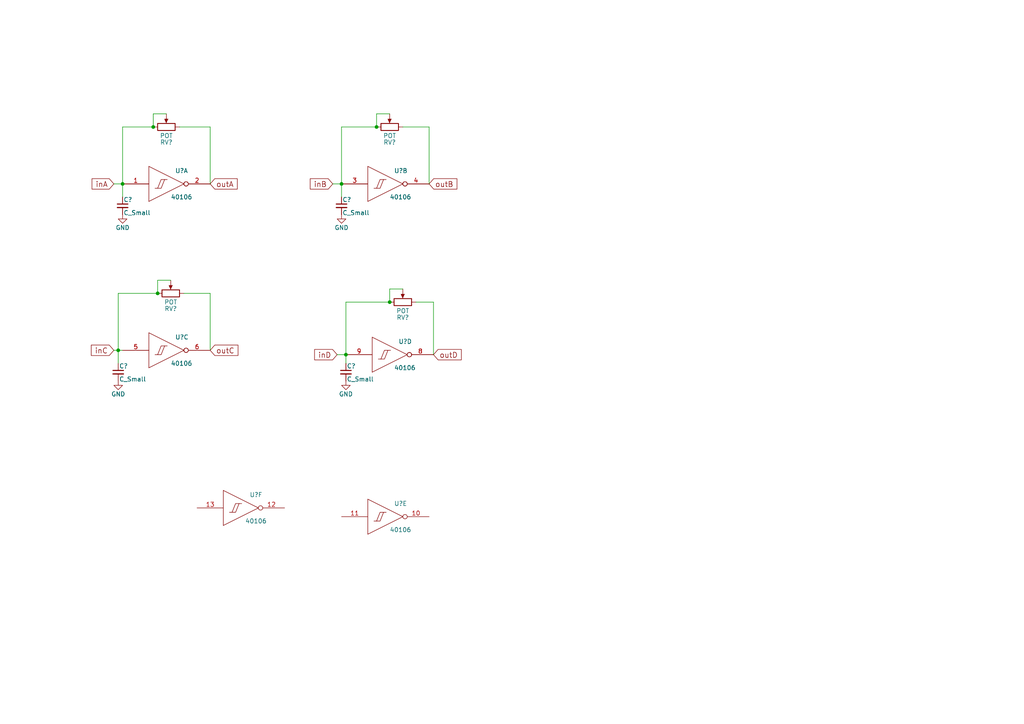
<source format=kicad_sch>
(kicad_sch (version 20230121) (generator eeschema)
  (paper "A4")
  (lib_symbols
    (symbol "CMOSworkshop-rescue:40106" (pin_names (offset 1.016) hide)
      (property "Reference" "U" (at 2.54 3.81 0))
      (property "Value" "40106" (at 1.27 -3.81 0))
      (symbol "40106_0_0"
        (polyline (pts (xy -0.508 1.27) (xy -1.524 -1.27) (xy -2.54 -1.27) (xy -2.54 -1.27)))
        (polyline (pts (xy 0.254 1.27) (xy -1.524 1.27) (xy -2.54 -1.27) (xy -3.302 -1.27) (xy -3.302 -1.27)))
      )
      (symbol "40106_0_1"
        (polyline (pts (xy -5.08 -5.08) (xy -5.08 5.08)))
        (polyline (pts (xy -5.08 5.08) (xy 5.08 0)))
        (polyline (pts (xy 5.08 0) (xy -5.08 -5.08)))
      )
      (symbol "40106_0_2"
        (polyline (pts (xy -5.08 -5.08) (xy -5.08 5.08)))
        (polyline (pts (xy -5.08 5.08) (xy 5.08 0)))
        (polyline (pts (xy 5.08 0) (xy -5.08 -5.08)))
      )
      (symbol "40106_1_1"
        (pin input line (at -12.7 0 0) (length 7.62) (name "In") (number "1"))
        (pin power_in line (at -2.54 3.81 270) (length 0) hide (name "VDD") (number "14"))
        (pin output inverted (at 12.7 0 180) (length 7.62) (name "Out") (number "2"))
        (pin power_in line (at -2.54 -3.81 90) (length 0) hide (name "VSS") (number "7"))
      )
      (symbol "40106_1_2"
        (pin input inverted (at -12.7 0 0) (length 7.62) (name "In") (number "1"))
        (pin power_in line (at -2.54 3.81 270) (length 0) hide (name "VDD") (number "14"))
        (pin output line (at 12.7 0 180) (length 7.62) (name "Out") (number "2"))
        (pin power_in line (at -2.54 -3.81 90) (length 0) hide (name "VSS") (number "7"))
      )
      (symbol "40106_2_1"
        (pin power_in line (at -2.54 3.81 270) (length 0) hide (name "VDD") (number "14"))
        (pin input line (at -12.7 0 0) (length 7.62) (name "In") (number "3"))
        (pin output inverted (at 12.7 0 180) (length 7.62) (name "Out") (number "4"))
        (pin power_in line (at -2.54 -3.81 90) (length 0) hide (name "VSS") (number "7"))
      )
      (symbol "40106_2_2"
        (pin power_in line (at -2.54 3.81 270) (length 0) hide (name "VDD") (number "14"))
        (pin input line (at -12.7 0 0) (length 7.62) (name "In") (number "3"))
        (pin output line (at 12.7 0 180) (length 7.62) (name "Out") (number "4"))
        (pin power_in line (at -2.54 -3.81 90) (length 0) hide (name "VSS") (number "7"))
      )
      (symbol "40106_3_1"
        (pin power_in line (at -2.54 3.81 270) (length 0) hide (name "VDD") (number "14"))
        (pin input line (at -12.7 0 0) (length 7.62) (name "In") (number "5"))
        (pin output inverted (at 12.7 0 180) (length 7.62) (name "Out") (number "6"))
        (pin power_in line (at -2.54 -3.81 90) (length 0) hide (name "VSS") (number "7"))
      )
      (symbol "40106_3_2"
        (pin power_in line (at -2.54 3.81 270) (length 0) hide (name "VDD") (number "14"))
        (pin input line (at -12.7 0 0) (length 7.62) (name "In") (number "5"))
        (pin output line (at 12.7 0 180) (length 7.62) (name "Out") (number "6"))
        (pin power_in line (at -2.54 -3.81 90) (length 0) hide (name "VSS") (number "7"))
      )
      (symbol "40106_4_1"
        (pin power_in line (at -2.54 3.81 270) (length 0) hide (name "VDD") (number "14"))
        (pin power_in line (at -2.54 -3.81 90) (length 0) hide (name "VSS") (number "7"))
        (pin output inverted (at 12.7 0 180) (length 7.62) (name "Out") (number "8"))
        (pin input line (at -12.7 0 0) (length 7.62) (name "In") (number "9"))
      )
      (symbol "40106_4_2"
        (pin power_in line (at -2.54 3.81 270) (length 0) hide (name "VDD") (number "14"))
        (pin power_in line (at -2.54 -3.81 90) (length 0) hide (name "VSS") (number "7"))
        (pin output line (at 12.7 0 180) (length 7.62) (name "Out") (number "8"))
        (pin input line (at -12.7 0 0) (length 7.62) (name "In") (number "9"))
      )
      (symbol "40106_5_1"
        (pin output inverted (at 12.7 0 180) (length 7.62) (name "Out") (number "10"))
        (pin input line (at -12.7 0 0) (length 7.62) (name "In") (number "11"))
        (pin power_in line (at -2.54 3.81 270) (length 0) hide (name "VDD") (number "14"))
        (pin power_in line (at -2.54 -3.81 90) (length 0) hide (name "VSS") (number "7"))
      )
      (symbol "40106_5_2"
        (pin output line (at 12.7 0 180) (length 7.62) (name "Out") (number "10"))
        (pin input line (at -12.7 0 0) (length 7.62) (name "In") (number "11"))
        (pin power_in line (at -2.54 3.81 270) (length 0) hide (name "VDD") (number "14"))
        (pin power_in line (at -2.54 -3.81 90) (length 0) hide (name "VSS") (number "7"))
      )
      (symbol "40106_6_1"
        (pin output inverted (at 12.7 0 180) (length 7.62) (name "Out") (number "12"))
        (pin input line (at -12.7 0 0) (length 7.62) (name "In") (number "13"))
        (pin power_in line (at -2.54 3.81 270) (length 0) hide (name "VDD") (number "14"))
        (pin power_in line (at -2.54 -3.81 90) (length 0) hide (name "VSS") (number "7"))
      )
      (symbol "40106_6_2"
        (pin output line (at 12.7 0 180) (length 7.62) (name "Out") (number "12"))
        (pin input line (at -12.7 0 0) (length 7.62) (name "In") (number "13"))
        (pin power_in line (at -2.54 3.81 270) (length 0) hide (name "VDD") (number "14"))
        (pin power_in line (at -2.54 -3.81 90) (length 0) hide (name "VSS") (number "7"))
      )
    )
    (symbol "CMOSworkshop-rescue:C_Small" (pin_numbers hide) (pin_names (offset 0.254) hide)
      (property "Reference" "C" (at 0.254 1.778 0))
      (property "Value" "C_Small" (at 0.254 -2.032 0))
      (symbol "C_Small_0_1"
        (polyline (pts (xy -1.524 -0.508) (xy 1.524 -0.508)) (stroke (width 0.3302)))
        (polyline (pts (xy -1.524 0.508) (xy 1.524 0.508)) (stroke (width 0.3048)))
      )
      (symbol "C_Small_1_1"
        (pin passive line (at 0 2.54 270) (length 2.032) (name "~") (number "1"))
        (pin passive line (at 0 -2.54 90) (length 2.032) (name "~") (number "2"))
      )
    )
    (symbol "CMOSworkshop-rescue:GND" (power) (pin_names (offset 0))
      (property "Value" "GND" (at 0 -3.81 0))
      (symbol "GND_0_1"
        (polyline (pts (xy 0 0) (xy 0 -1.27) (xy 1.27 -1.27) (xy 0 -2.54) (xy -1.27 -1.27) (xy 0 -1.27)))
      )
      (symbol "GND_1_1"
        (pin power_in line (at 0 0 270) (length 0) hide (name "GND") (number "1"))
      )
    )
    (symbol "CMOSworkshop-rescue:POT" (pin_numbers hide) (pin_names (offset 1.016) hide)
      (property "Reference" "RV" (at -4.445 0 90))
      (property "Value" "POT" (at -2.54 0 90))
      (symbol "POT_0_1"
        (polyline (pts (xy 2.54 0) (xy 1.524 0)))
        (polyline (pts (xy 1.143 0) (xy 2.286 0.508) (xy 2.286 -0.508)) (fill (type outline)))
        (rectangle (start 1.016 2.54) (end -1.016 -2.54) (stroke (width 0.254)))
      )
      (symbol "POT_1_1"
        (pin passive line (at 0 3.81 270) (length 1.27) (name "1") (number "1"))
        (pin passive line (at 3.81 0 180) (length 1.27) (name "2") (number "2"))
        (pin passive line (at 0 -3.81 90) (length 1.27) (name "3") (number "3"))
      )
    )
  )
  (junction (at 100.33 102.87))
  (junction (at 109.22 36.83))
  (junction (at 34.29 101.6))
  (junction (at 44.45 36.83))
  (junction (at 113.03 87.63))
  (junction (at 45.72 85.09))
  (junction (at 35.56 53.34))
  (junction (at 99.06 53.34))
  (wire (pts (xy 34.29 101.6) (xy 34.29 105.41)))
  (wire (pts (xy 109.22 33.02) (xy 109.22 36.83)))
  (wire (pts (xy 113.03 83.82) (xy 113.03 87.63)))
  (wire (pts (xy 109.22 36.83) (xy 99.06 36.83)))
  (wire (pts (xy 44.45 33.02) (xy 44.45 36.83)))
  (wire (pts (xy 60.96 36.83) (xy 60.96 53.34)))
  (wire (pts (xy 125.73 87.63) (xy 125.73 102.87)))
  (wire (pts (xy 35.56 53.34) (xy 33.02 53.34)))
  (wire (pts (xy 34.29 85.09) (xy 34.29 101.6)))
  (wire (pts (xy 113.03 87.63) (xy 100.33 87.63)))
  (wire (pts (xy 99.06 53.34) (xy 96.52 53.34)))
  (wire (pts (xy 99.06 36.83) (xy 99.06 53.34)))
  (wire (pts (xy 45.72 85.09) (xy 34.29 85.09)))
  (wire (pts (xy 100.33 87.63) (xy 100.33 102.87)))
  (wire (pts (xy 52.07 36.83) (xy 60.96 36.83)))
  (wire (pts (xy 45.72 81.28) (xy 45.72 85.09)))
  (wire (pts (xy 100.33 102.87) (xy 100.33 105.41)))
  (wire (pts (xy 35.56 36.83) (xy 35.56 53.34)))
  (wire (pts (xy 60.96 85.09) (xy 60.96 101.6)))
  (wire (pts (xy 35.56 53.34) (xy 35.56 57.15)))
  (wire (pts (xy 48.26 33.02) (xy 44.45 33.02)))
  (wire (pts (xy 116.84 36.83) (xy 124.46 36.83)))
  (wire (pts (xy 44.45 36.83) (xy 35.56 36.83)))
  (wire (pts (xy 100.33 102.87) (xy 97.79 102.87)))
  (wire (pts (xy 120.65 87.63) (xy 125.73 87.63)))
  (wire (pts (xy 49.53 81.28) (xy 45.72 81.28)))
  (wire (pts (xy 35.56 101.6) (xy 34.29 101.6)))
  (wire (pts (xy 53.34 85.09) (xy 60.96 85.09)))
  (wire (pts (xy 99.06 53.34) (xy 99.06 57.15)))
  (wire (pts (xy 116.84 83.82) (xy 113.03 83.82)))
  (wire (pts (xy 124.46 36.83) (xy 124.46 53.34)))
  (wire (pts (xy 113.03 33.02) (xy 109.22 33.02)))
  (wire (pts (xy 34.29 101.6) (xy 33.02 101.6)))
  (global_label "inA" (shape input) (at 33.02 53.34 180) (effects (font (size 1.524 1.524))) (property "Intersheetrefs" "${INTERSHEET_REFS}" (effects hide)))
  (global_label "outD" (shape input) (at 125.73 102.87 0) (effects (font (size 1.524 1.524))) (property "Intersheetrefs" "${INTERSHEET_REFS}" (effects hide)))
  (global_label "outC" (shape input) (at 60.96 101.6 0) (effects (font (size 1.524 1.524))) (property "Intersheetrefs" "${INTERSHEET_REFS}" (effects hide)))
  (global_label "inD" (shape input) (at 97.79 102.87 180) (effects (font (size 1.524 1.524))) (property "Intersheetrefs" "${INTERSHEET_REFS}" (effects hide)))
  (global_label "inC" (shape input) (at 33.02 101.6 180) (effects (font (size 1.524 1.524))) (property "Intersheetrefs" "${INTERSHEET_REFS}" (effects hide)))
  (global_label "outA" (shape input) (at 60.96 53.34 0) (effects (font (size 1.524 1.524))) (property "Intersheetrefs" "${INTERSHEET_REFS}" (effects hide)))
  (global_label "inB" (shape input) (at 96.52 53.34 180) (effects (font (size 1.524 1.524))) (property "Intersheetrefs" "${INTERSHEET_REFS}" (effects hide)))
  (global_label "outB" (shape input) (at 124.46 53.34 0) (effects (font (size 1.524 1.524))) (property "Intersheetrefs" "${INTERSHEET_REFS}" (effects hide)))
  (symbol (lib_id "CMOSworkshop-rescue:40106") (at 48.26 53.34 0) (unit 1)
    (property "Reference" "U?" (at 50.8 49.53 0) (effects (justify left)))
    (property "Value" "40106" (at 49.53 57.15 0) (effects (justify left)))
  )
  (symbol (lib_id "CMOSworkshop-rescue:40106") (at 111.76 53.34 0) (unit 2)
    (property "Reference" "U?" (at 114.3 49.53 0) (effects (justify left)))
    (property "Value" "40106" (at 113.03 57.15 0) (effects (justify left)))
  )
  (symbol (lib_id "CMOSworkshop-rescue:40106") (at 48.26 101.6 0) (unit 3)
    (property "Reference" "U?" (at 50.8 97.79 0) (effects (justify left)))
    (property "Value" "40106" (at 49.53 105.41 0) (effects (justify left)))
  )
  (symbol (lib_id "CMOSworkshop-rescue:40106") (at 113.03 102.87 0) (unit 4)
    (property "Reference" "U?" (at 115.57 99.06 0) (effects (justify left)))
    (property "Value" "40106" (at 114.3 106.68 0) (effects (justify left)))
  )
  (symbol (lib_id "CMOSworkshop-rescue:40106") (at 111.76 149.86 0) (unit 5)
    (property "Reference" "U?" (at 114.3 146.05 0) (effects (justify left)))
    (property "Value" "40106" (at 113.03 153.67 0) (effects (justify left)))
  )
  (symbol (lib_id "CMOSworkshop-rescue:40106") (at 69.85 147.32 0) (unit 6)
    (property "Reference" "U?" (at 72.39 143.51 0) (effects (justify left)))
    (property "Value" "40106" (at 71.12 151.13 0) (effects (justify left)))
  )
  (symbol (lib_id "CMOSworkshop-rescue:POT") (at 48.26 36.83 90) (unit 1)
    (property "Reference" "RV?" (at 48.26 41.275 90))
    (property "Value" "POT" (at 48.26 39.37 90))
  )
  (symbol (lib_id "CMOSworkshop-rescue:POT") (at 113.03 36.83 90) (unit 1)
    (property "Reference" "RV?" (at 113.03 41.275 90))
    (property "Value" "POT" (at 113.03 39.37 90))
  )
  (symbol (lib_id "CMOSworkshop-rescue:POT") (at 116.84 87.63 90) (unit 1)
    (property "Reference" "RV?" (at 116.84 92.075 90))
    (property "Value" "POT" (at 116.84 90.17 90))
  )
  (symbol (lib_id "CMOSworkshop-rescue:POT") (at 49.53 85.09 90) (unit 1)
    (property "Reference" "RV?" (at 49.53 89.535 90))
    (property "Value" "POT" (at 49.53 87.63 90))
  )
  (symbol (lib_id "CMOSworkshop-rescue:C_Small") (at 35.56 59.69 0) (unit 1)
    (property "Reference" "C?" (at 35.814 57.912 0) (effects (justify left)))
    (property "Value" "C_Small" (at 35.814 61.722 0) (effects (justify left)))
  )
  (symbol (lib_id "CMOSworkshop-rescue:C_Small") (at 34.29 107.95 0) (unit 1)
    (property "Reference" "C?" (at 34.544 106.172 0) (effects (justify left)))
    (property "Value" "C_Small" (at 34.544 109.982 0) (effects (justify left)))
  )
  (symbol (lib_id "CMOSworkshop-rescue:C_Small") (at 100.33 107.95 0) (unit 1)
    (property "Reference" "C?" (at 100.584 106.172 0) (effects (justify left)))
    (property "Value" "C_Small" (at 100.584 109.982 0) (effects (justify left)))
  )
  (symbol (lib_id "CMOSworkshop-rescue:C_Small") (at 99.06 59.69 0) (unit 1)
    (property "Reference" "C?" (at 99.314 57.912 0) (effects (justify left)))
    (property "Value" "C_Small" (at 99.314 61.722 0) (effects (justify left)))
  )
  (symbol (lib_id "CMOSworkshop-rescue:GND") (at 35.56 62.23 0) (unit 1)
    (property "Reference" "#PWR?" (effects hide))
    (property "Value" "GND" (at 35.56 66.04 0))
  )
  (symbol (lib_id "CMOSworkshop-rescue:GND") (at 34.29 110.49 0) (unit 1)
    (property "Reference" "#PWR?" (effects hide))
    (property "Value" "GND" (at 34.29 114.3 0))
  )
  (symbol (lib_id "CMOSworkshop-rescue:GND") (at 100.33 110.49 0) (unit 1)
    (property "Reference" "#PWR?" (effects hide))
    (property "Value" "GND" (at 100.33 114.3 0))
  )
  (symbol (lib_id "CMOSworkshop-rescue:GND") (at 99.06 62.23 0) (unit 1)
    (property "Reference" "#PWR?" (effects hide))
    (property "Value" "GND" (at 99.06 66.04 0))
  )
)
</source>
